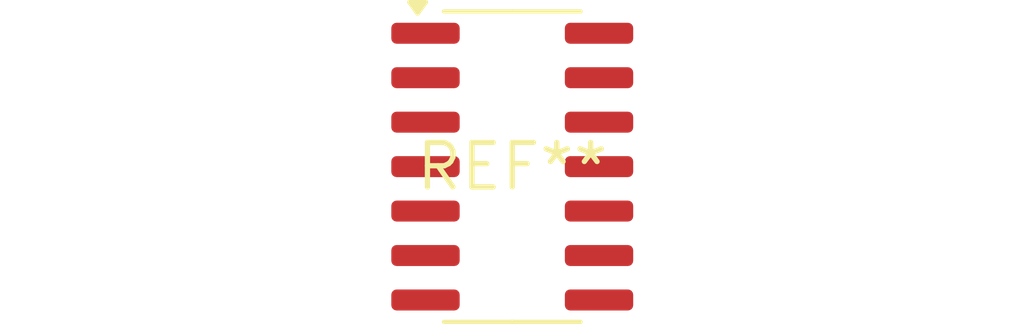
<source format=kicad_pcb>
(kicad_pcb (version 20240108) (generator pcbnew)
  (layers (0 "F.Cu" signal) (31 "B.Cu" signal) (34 "B.Paste" user) (35 "F.Paste" user) (36 "B.SilkS" user "B.Silkscreen") (37 "F.SilkS" user "F.Silkscreen") (38 "B.Mask" user) (39 "F.Mask" user) (44 "Edge.Cuts" user))
  (net 0 "")
  (footprint "SO-14_3.9x8.65mm_P1.27mm" (layer "F.Cu") (at 0 0)
    (property "Reference" "REF**")
    (property "Value" "SO-14_3.9x8.65mm_P1.27mm")
    (fp_line (start 0 -4.435) (end -1.95 -4.435) (layer "F.SilkS") (stroke (width 0.12)))
    (fp_line (start 0 -4.435) (end 1.95 -4.435) (layer "F.SilkS") (stroke (width 0.12)))
    (fp_line (start 0 4.435) (end -1.95 4.435) (layer "F.SilkS") (stroke (width 0.12)))
    (fp_line (start 0 4.435) (end 1.95 4.435) (layer "F.SilkS") (stroke (width 0.12)))
    (fp_poly (pts (xy -2.7 -4.37) (xy -2.94 -4.7) (xy -2.46 -4.7) (xy -2.7 -4.37)) (layer "F.SilkS") (stroke (width 0.12)) (fill solid))
    (pad "1" smd roundrect (at -2.475 -3.81) (size 1.95 0.6) (layers "F.Cu" "F.Paste" "F.Mask"))
    (pad "2" smd roundrect (at -2.475 -2.54) (size 1.95 0.6) (layers "F.Cu" "F.Paste" "F.Mask"))
    (pad "3" smd roundrect (at -2.475 -1.27) (size 1.95 0.6) (layers "F.Cu" "F.Paste" "F.Mask"))
    (pad "4" smd roundrect (at -2.475 0) (size 1.95 0.6) (layers "F.Cu" "F.Paste" "F.Mask"))
    (pad "5" smd roundrect (at -2.475 1.27) (size 1.95 0.6) (layers "F.Cu" "F.Paste" "F.Mask"))
    (pad "6" smd roundrect (at -2.475 2.54) (size 1.95 0.6) (layers "F.Cu" "F.Paste" "F.Mask"))
    (pad "7" smd roundrect (at -2.475 3.81) (size 1.95 0.6) (layers "F.Cu" "F.Paste" "F.Mask"))
    (pad "8" smd roundrect (at 2.475 3.81) (size 1.95 0.6) (layers "F.Cu" "F.Paste" "F.Mask"))
    (pad "9" smd roundrect (at 2.475 2.54) (size 1.95 0.6) (layers "F.Cu" "F.Paste" "F.Mask"))
    (pad "10" smd roundrect (at 2.475 1.27) (size 1.95 0.6) (layers "F.Cu" "F.Paste" "F.Mask"))
    (pad "11" smd roundrect (at 2.475 0) (size 1.95 0.6) (layers "F.Cu" "F.Paste" "F.Mask"))
    (pad "12" smd roundrect (at 2.475 -1.27) (size 1.95 0.6) (layers "F.Cu" "F.Paste" "F.Mask"))
    (pad "13" smd roundrect (at 2.475 -2.54) (size 1.95 0.6) (layers "F.Cu" "F.Paste" "F.Mask"))
    (pad "14" smd roundrect (at 2.475 -3.81) (size 1.95 0.6) (layers "F.Cu" "F.Paste" "F.Mask"))
  )
)
</source>
